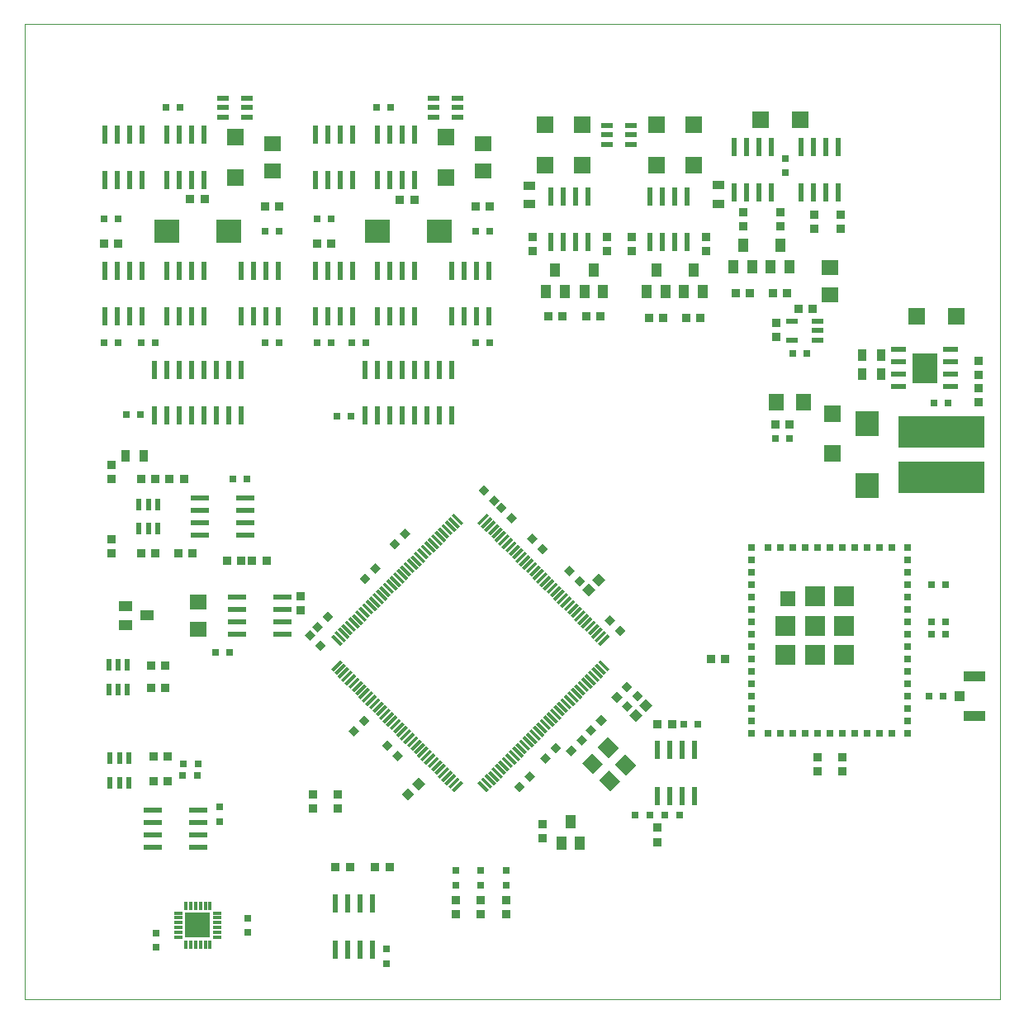
<source format=gtp>
G75*
%MOIN*%
%OFA0B0*%
%FSLAX25Y25*%
%IPPOS*%
%LPD*%
%AMOC8*
5,1,8,0,0,1.08239X$1,22.5*
%
%ADD10C,0.00000*%
%ADD11R,0.06299X0.02200*%
%ADD12R,0.09843X0.12205*%
%ADD13R,0.34646X0.12992*%
%ADD14R,0.06693X0.07087*%
%ADD15R,0.03740X0.03740*%
%ADD16R,0.09449X0.10236*%
%ADD17R,0.03543X0.05118*%
%ADD18R,0.03150X0.03150*%
%ADD19R,0.02200X0.07800*%
%ADD20R,0.07098X0.06299*%
%ADD21R,0.03937X0.05512*%
%ADD22R,0.07874X0.07874*%
%ADD23R,0.05906X0.05906*%
%ADD24R,0.01339X0.05315*%
%ADD25R,0.05315X0.01339*%
%ADD26R,0.03150X0.03150*%
%ADD27R,0.03740X0.03740*%
%ADD28R,0.06299X0.05906*%
%ADD29R,0.04134X0.03937*%
%ADD30R,0.08661X0.04134*%
%ADD31R,0.03200X0.01200*%
%ADD32R,0.01200X0.03200*%
%ADD33R,0.10200X0.10200*%
%ADD34R,0.10236X0.09449*%
%ADD35R,0.06299X0.07098*%
%ADD36R,0.07087X0.06693*%
%ADD37R,0.04921X0.02362*%
%ADD38R,0.05000X0.02200*%
%ADD39R,0.07800X0.02200*%
%ADD40R,0.02362X0.04921*%
%ADD41R,0.05512X0.03937*%
%ADD42R,0.05118X0.03543*%
D10*
X0000000Y0000000D02*
X0000000Y0393701D01*
X0393701Y0393701D01*
X0393701Y0000000D01*
X0000000Y0000000D01*
D11*
X0352717Y0247343D03*
X0352717Y0252343D03*
X0352717Y0257343D03*
X0352717Y0262343D03*
X0373976Y0262343D03*
X0373976Y0257343D03*
X0373976Y0252343D03*
X0373976Y0247343D03*
D12*
X0363346Y0254843D03*
D13*
X0370000Y0229252D03*
X0370000Y0210748D03*
D14*
X0326220Y0220354D03*
X0326220Y0236496D03*
X0270000Y0336929D03*
X0255000Y0336929D03*
X0255000Y0353071D03*
X0270000Y0353071D03*
X0225000Y0353071D03*
X0210000Y0353071D03*
X0210000Y0336929D03*
X0225000Y0336929D03*
X0170000Y0331929D03*
X0170000Y0348071D03*
X0085000Y0348071D03*
X0085000Y0331929D03*
D15*
X0072697Y0323110D03*
X0066988Y0323110D03*
X0097146Y0320000D03*
X0102854Y0320000D03*
X0118130Y0305000D03*
X0123839Y0305000D03*
X0151634Y0322756D03*
X0157343Y0322756D03*
X0182146Y0320000D03*
X0187854Y0320000D03*
X0205000Y0307854D03*
X0205000Y0302146D03*
X0211398Y0275984D03*
X0217106Y0275984D03*
X0226909Y0275984D03*
X0232618Y0275984D03*
X0252146Y0275000D03*
X0257854Y0275000D03*
X0267146Y0275000D03*
X0272854Y0275000D03*
X0287146Y0285000D03*
X0292854Y0285000D03*
X0302146Y0285000D03*
X0307854Y0285000D03*
X0312421Y0278819D03*
X0318130Y0278819D03*
X0303346Y0273209D03*
X0303346Y0267500D03*
X0303146Y0232000D03*
X0308854Y0232000D03*
X0275000Y0302146D03*
X0275000Y0307854D03*
X0290000Y0312146D03*
X0290000Y0317854D03*
X0305236Y0317776D03*
X0305236Y0312067D03*
X0318858Y0311083D03*
X0318858Y0316791D03*
X0329528Y0316791D03*
X0329528Y0311083D03*
X0385000Y0257933D03*
X0385000Y0252224D03*
X0385000Y0246870D03*
X0385000Y0241161D03*
X0282854Y0137500D03*
X0277146Y0137500D03*
X0261354Y0111000D03*
X0255646Y0111000D03*
X0255500Y0069354D03*
X0255500Y0063646D03*
X0209000Y0065146D03*
X0209000Y0070854D03*
X0194488Y0040256D03*
X0194488Y0034547D03*
X0184252Y0034547D03*
X0184252Y0040256D03*
X0174016Y0040256D03*
X0174016Y0034547D03*
X0147354Y0053500D03*
X0141646Y0053500D03*
X0131354Y0053500D03*
X0125646Y0053500D03*
X0126500Y0077146D03*
X0126500Y0082854D03*
X0116500Y0082854D03*
X0116500Y0077146D03*
X0057854Y0088110D03*
X0052146Y0088110D03*
X0052146Y0098110D03*
X0057854Y0098110D03*
X0056870Y0125906D03*
X0051161Y0125906D03*
X0051161Y0134921D03*
X0056870Y0134921D03*
X0052854Y0180000D03*
X0047146Y0180000D03*
X0035000Y0180177D03*
X0035000Y0185886D03*
X0035000Y0210177D03*
X0035000Y0215886D03*
X0047146Y0210000D03*
X0052854Y0210000D03*
X0058646Y0210000D03*
X0064354Y0210000D03*
X0062146Y0180000D03*
X0067854Y0180000D03*
X0081791Y0177165D03*
X0087500Y0177165D03*
X0091988Y0177165D03*
X0097697Y0177165D03*
X0111500Y0162854D03*
X0111500Y0157146D03*
X0235000Y0302146D03*
X0235000Y0307854D03*
X0245000Y0307854D03*
X0245000Y0302146D03*
X0320000Y0097854D03*
X0320000Y0092146D03*
X0330000Y0092146D03*
X0330000Y0097854D03*
X0037854Y0305000D03*
X0032146Y0305000D03*
D16*
X0340000Y0232598D03*
X0340000Y0207402D03*
D17*
X0338189Y0252362D03*
X0345669Y0252362D03*
X0345669Y0260079D03*
X0338189Y0260079D03*
X0048240Y0219500D03*
X0040760Y0219500D03*
D18*
X0041047Y0236000D03*
X0046953Y0236000D03*
X0047047Y0265000D03*
X0052953Y0265000D03*
X0037953Y0265000D03*
X0032047Y0265000D03*
X0032047Y0315000D03*
X0037953Y0315000D03*
X0057047Y0360000D03*
X0062953Y0360000D03*
X0097047Y0310000D03*
X0102953Y0310000D03*
X0118031Y0315000D03*
X0123937Y0315000D03*
X0142047Y0360000D03*
X0147953Y0360000D03*
X0182047Y0310000D03*
X0187953Y0310000D03*
X0187953Y0265000D03*
X0182047Y0265000D03*
X0137953Y0265000D03*
X0132047Y0265000D03*
X0123937Y0265000D03*
X0118031Y0265000D03*
X0102953Y0265000D03*
X0097047Y0265000D03*
X0126047Y0235500D03*
X0131953Y0235500D03*
X0089921Y0210000D03*
X0084016Y0210000D03*
X0082953Y0140000D03*
X0077047Y0140000D03*
X0070000Y0095157D03*
X0069882Y0090551D03*
X0063976Y0090551D03*
X0064094Y0095157D03*
X0078740Y0077756D03*
X0078740Y0071850D03*
X0090000Y0032953D03*
X0090000Y0027047D03*
X0053000Y0026953D03*
X0053000Y0021047D03*
X0146000Y0020453D03*
X0146000Y0014547D03*
X0174016Y0046260D03*
X0174016Y0052165D03*
X0184252Y0052165D03*
X0184252Y0046260D03*
X0194488Y0046260D03*
X0194488Y0052165D03*
X0246547Y0074500D03*
X0252453Y0074500D03*
X0258547Y0074500D03*
X0264453Y0074500D03*
X0293406Y0107480D03*
X0293406Y0112480D03*
X0300000Y0107500D03*
X0305000Y0107500D03*
X0310000Y0107500D03*
X0315000Y0107500D03*
X0320000Y0107500D03*
X0325000Y0107500D03*
X0330000Y0107500D03*
X0335000Y0107500D03*
X0340000Y0107500D03*
X0345000Y0107500D03*
X0350000Y0107500D03*
X0356575Y0107500D03*
X0356575Y0112500D03*
X0356575Y0117500D03*
X0356575Y0122500D03*
X0356575Y0127500D03*
X0356575Y0132500D03*
X0356575Y0137500D03*
X0356575Y0142500D03*
X0356575Y0147500D03*
X0356575Y0152500D03*
X0356575Y0157500D03*
X0356575Y0162500D03*
X0356575Y0167500D03*
X0356575Y0172500D03*
X0356575Y0177500D03*
X0356575Y0182500D03*
X0350000Y0182500D03*
X0345000Y0182500D03*
X0340000Y0182500D03*
X0335000Y0182500D03*
X0330000Y0182500D03*
X0325000Y0182500D03*
X0320000Y0182500D03*
X0315000Y0182500D03*
X0310000Y0182500D03*
X0305000Y0182500D03*
X0300000Y0182500D03*
X0293406Y0182480D03*
X0293406Y0177480D03*
X0293406Y0172480D03*
X0293406Y0167480D03*
X0293406Y0162480D03*
X0293406Y0157480D03*
X0293406Y0152480D03*
X0293406Y0147480D03*
X0293406Y0142480D03*
X0293406Y0137480D03*
X0293406Y0132480D03*
X0293406Y0127480D03*
X0293406Y0122480D03*
X0293406Y0117480D03*
X0271953Y0111000D03*
X0266047Y0111000D03*
X0365047Y0122500D03*
X0370953Y0122500D03*
X0371953Y0147500D03*
X0371953Y0152500D03*
X0366047Y0152500D03*
X0366047Y0147500D03*
X0366047Y0167500D03*
X0371953Y0167500D03*
X0308953Y0226500D03*
X0303047Y0226500D03*
X0310000Y0260984D03*
X0315906Y0260984D03*
X0367047Y0240984D03*
X0372953Y0240984D03*
X0307087Y0333661D03*
X0307087Y0339567D03*
D19*
X0301516Y0344300D03*
X0296516Y0344300D03*
X0291516Y0344300D03*
X0286516Y0344300D03*
X0286516Y0325700D03*
X0291516Y0325700D03*
X0296516Y0325700D03*
X0301516Y0325700D03*
X0313484Y0325700D03*
X0318484Y0325700D03*
X0323484Y0325700D03*
X0328484Y0325700D03*
X0328484Y0344300D03*
X0323484Y0344300D03*
X0318484Y0344300D03*
X0313484Y0344300D03*
X0267500Y0324300D03*
X0262500Y0324300D03*
X0257500Y0324300D03*
X0252500Y0324300D03*
X0252500Y0305700D03*
X0257500Y0305700D03*
X0262500Y0305700D03*
X0267500Y0305700D03*
X0227500Y0305700D03*
X0222500Y0305700D03*
X0217500Y0305700D03*
X0212500Y0305700D03*
X0212500Y0324300D03*
X0217500Y0324300D03*
X0222500Y0324300D03*
X0227500Y0324300D03*
X0187500Y0294300D03*
X0182500Y0294300D03*
X0177500Y0294300D03*
X0172500Y0294300D03*
X0157500Y0294300D03*
X0152500Y0294300D03*
X0147500Y0294300D03*
X0142500Y0294300D03*
X0132500Y0294300D03*
X0127500Y0294300D03*
X0122500Y0294300D03*
X0117500Y0294300D03*
X0102500Y0294300D03*
X0097500Y0294300D03*
X0092500Y0294300D03*
X0087500Y0294300D03*
X0072500Y0294300D03*
X0067500Y0294300D03*
X0062500Y0294300D03*
X0057500Y0294300D03*
X0047500Y0294300D03*
X0042500Y0294300D03*
X0037500Y0294300D03*
X0032500Y0294300D03*
X0032500Y0275700D03*
X0037500Y0275700D03*
X0042500Y0275700D03*
X0047500Y0275700D03*
X0057500Y0275700D03*
X0062500Y0275700D03*
X0067500Y0275700D03*
X0072500Y0275700D03*
X0087500Y0275700D03*
X0092500Y0275700D03*
X0097500Y0275700D03*
X0102500Y0275700D03*
X0117500Y0275700D03*
X0122500Y0275700D03*
X0127500Y0275700D03*
X0132500Y0275700D03*
X0142500Y0275700D03*
X0147500Y0275700D03*
X0152500Y0275700D03*
X0157500Y0275700D03*
X0172500Y0275700D03*
X0177500Y0275700D03*
X0182500Y0275700D03*
X0187500Y0275700D03*
X0172500Y0254300D03*
X0167500Y0254300D03*
X0162500Y0254300D03*
X0157500Y0254300D03*
X0152500Y0254300D03*
X0147500Y0254300D03*
X0142500Y0254300D03*
X0137500Y0254300D03*
X0137500Y0235700D03*
X0142500Y0235700D03*
X0147500Y0235700D03*
X0152500Y0235700D03*
X0157500Y0235700D03*
X0162500Y0235700D03*
X0167500Y0235700D03*
X0172500Y0235700D03*
X0087500Y0235700D03*
X0082500Y0235700D03*
X0077500Y0235700D03*
X0072500Y0235700D03*
X0067500Y0235700D03*
X0062500Y0235700D03*
X0057500Y0235700D03*
X0052500Y0235700D03*
X0052500Y0254300D03*
X0057500Y0254300D03*
X0062500Y0254300D03*
X0067500Y0254300D03*
X0072500Y0254300D03*
X0077500Y0254300D03*
X0082500Y0254300D03*
X0087500Y0254300D03*
X0072500Y0330700D03*
X0067500Y0330700D03*
X0062500Y0330700D03*
X0057500Y0330700D03*
X0047500Y0330700D03*
X0042500Y0330700D03*
X0037500Y0330700D03*
X0032500Y0330700D03*
X0032500Y0349300D03*
X0037500Y0349300D03*
X0042500Y0349300D03*
X0047500Y0349300D03*
X0057500Y0349300D03*
X0062500Y0349300D03*
X0067500Y0349300D03*
X0072500Y0349300D03*
X0117500Y0349300D03*
X0122500Y0349300D03*
X0127500Y0349300D03*
X0132500Y0349300D03*
X0142500Y0349300D03*
X0147500Y0349300D03*
X0152500Y0349300D03*
X0157500Y0349300D03*
X0157500Y0330700D03*
X0152500Y0330700D03*
X0147500Y0330700D03*
X0142500Y0330700D03*
X0132500Y0330700D03*
X0127500Y0330700D03*
X0122500Y0330700D03*
X0117500Y0330700D03*
X0255500Y0100800D03*
X0260500Y0100800D03*
X0265500Y0100800D03*
X0270500Y0100800D03*
X0270500Y0082200D03*
X0265500Y0082200D03*
X0260500Y0082200D03*
X0255500Y0082200D03*
X0140500Y0038800D03*
X0135500Y0038800D03*
X0130500Y0038800D03*
X0125500Y0038800D03*
X0125500Y0020200D03*
X0130500Y0020200D03*
X0135500Y0020200D03*
X0140500Y0020200D03*
D20*
X0070000Y0149402D03*
X0070000Y0160598D03*
X0100000Y0334402D03*
X0100000Y0345598D03*
X0185000Y0345598D03*
X0185000Y0334402D03*
X0325000Y0295598D03*
X0325000Y0284402D03*
D21*
X0308740Y0295669D03*
X0301260Y0295669D03*
X0293740Y0295669D03*
X0286260Y0295669D03*
X0290000Y0304331D03*
X0305000Y0304331D03*
X0273740Y0285669D03*
X0266260Y0285669D03*
X0258740Y0285669D03*
X0251260Y0285669D03*
X0255000Y0294331D03*
X0270000Y0294331D03*
X0233504Y0285669D03*
X0226024Y0285669D03*
X0217992Y0285669D03*
X0210512Y0285669D03*
X0214252Y0294331D03*
X0229764Y0294331D03*
X0220500Y0071831D03*
X0216760Y0063169D03*
X0224240Y0063169D03*
D22*
X0307283Y0139094D03*
X0319094Y0139094D03*
X0319094Y0150906D03*
X0319094Y0162717D03*
X0330906Y0162717D03*
X0330906Y0150906D03*
X0330906Y0139094D03*
X0307283Y0150906D03*
D23*
X0308268Y0161732D03*
D24*
G36*
X0236289Y0133375D02*
X0235343Y0132429D01*
X0231587Y0136185D01*
X0232533Y0137131D01*
X0236289Y0133375D01*
G37*
G36*
X0234897Y0131983D02*
X0233951Y0131037D01*
X0230195Y0134793D01*
X0231141Y0135739D01*
X0234897Y0131983D01*
G37*
G36*
X0233505Y0130591D02*
X0232559Y0129645D01*
X0228803Y0133401D01*
X0229749Y0134347D01*
X0233505Y0130591D01*
G37*
G36*
X0232113Y0129199D02*
X0231167Y0128253D01*
X0227411Y0132009D01*
X0228357Y0132955D01*
X0232113Y0129199D01*
G37*
G36*
X0230721Y0127807D02*
X0229775Y0126861D01*
X0226019Y0130617D01*
X0226965Y0131563D01*
X0230721Y0127807D01*
G37*
G36*
X0229329Y0126415D02*
X0228383Y0125469D01*
X0224627Y0129225D01*
X0225573Y0130171D01*
X0229329Y0126415D01*
G37*
G36*
X0227937Y0125024D02*
X0226991Y0124078D01*
X0223235Y0127834D01*
X0224181Y0128780D01*
X0227937Y0125024D01*
G37*
G36*
X0226545Y0123632D02*
X0225599Y0122686D01*
X0221843Y0126442D01*
X0222789Y0127388D01*
X0226545Y0123632D01*
G37*
G36*
X0225153Y0122240D02*
X0224207Y0121294D01*
X0220451Y0125050D01*
X0221397Y0125996D01*
X0225153Y0122240D01*
G37*
G36*
X0223761Y0120848D02*
X0222815Y0119902D01*
X0219059Y0123658D01*
X0220005Y0124604D01*
X0223761Y0120848D01*
G37*
G36*
X0222369Y0119456D02*
X0221423Y0118510D01*
X0217667Y0122266D01*
X0218613Y0123212D01*
X0222369Y0119456D01*
G37*
G36*
X0220977Y0118064D02*
X0220031Y0117118D01*
X0216275Y0120874D01*
X0217221Y0121820D01*
X0220977Y0118064D01*
G37*
G36*
X0219585Y0116672D02*
X0218639Y0115726D01*
X0214883Y0119482D01*
X0215829Y0120428D01*
X0219585Y0116672D01*
G37*
G36*
X0218194Y0115280D02*
X0217248Y0114334D01*
X0213492Y0118090D01*
X0214438Y0119036D01*
X0218194Y0115280D01*
G37*
G36*
X0216802Y0113888D02*
X0215856Y0112942D01*
X0212100Y0116698D01*
X0213046Y0117644D01*
X0216802Y0113888D01*
G37*
G36*
X0215410Y0112496D02*
X0214464Y0111550D01*
X0210708Y0115306D01*
X0211654Y0116252D01*
X0215410Y0112496D01*
G37*
G36*
X0214018Y0111104D02*
X0213072Y0110158D01*
X0209316Y0113914D01*
X0210262Y0114860D01*
X0214018Y0111104D01*
G37*
G36*
X0212626Y0109712D02*
X0211680Y0108766D01*
X0207924Y0112522D01*
X0208870Y0113468D01*
X0212626Y0109712D01*
G37*
G36*
X0211234Y0108320D02*
X0210288Y0107374D01*
X0206532Y0111130D01*
X0207478Y0112076D01*
X0211234Y0108320D01*
G37*
G36*
X0209842Y0106928D02*
X0208896Y0105982D01*
X0205140Y0109738D01*
X0206086Y0110684D01*
X0209842Y0106928D01*
G37*
G36*
X0208450Y0105536D02*
X0207504Y0104590D01*
X0203748Y0108346D01*
X0204694Y0109292D01*
X0208450Y0105536D01*
G37*
G36*
X0207058Y0104144D02*
X0206112Y0103198D01*
X0202356Y0106954D01*
X0203302Y0107900D01*
X0207058Y0104144D01*
G37*
G36*
X0205666Y0102752D02*
X0204720Y0101806D01*
X0200964Y0105562D01*
X0201910Y0106508D01*
X0205666Y0102752D01*
G37*
G36*
X0204274Y0101361D02*
X0203328Y0100415D01*
X0199572Y0104171D01*
X0200518Y0105117D01*
X0204274Y0101361D01*
G37*
G36*
X0202882Y0099969D02*
X0201936Y0099023D01*
X0198180Y0102779D01*
X0199126Y0103725D01*
X0202882Y0099969D01*
G37*
G36*
X0201490Y0098577D02*
X0200544Y0097631D01*
X0196788Y0101387D01*
X0197734Y0102333D01*
X0201490Y0098577D01*
G37*
G36*
X0200098Y0097185D02*
X0199152Y0096239D01*
X0195396Y0099995D01*
X0196342Y0100941D01*
X0200098Y0097185D01*
G37*
G36*
X0198706Y0095793D02*
X0197760Y0094847D01*
X0194004Y0098603D01*
X0194950Y0099549D01*
X0198706Y0095793D01*
G37*
G36*
X0197314Y0094401D02*
X0196368Y0093455D01*
X0192612Y0097211D01*
X0193558Y0098157D01*
X0197314Y0094401D01*
G37*
G36*
X0195922Y0093009D02*
X0194976Y0092063D01*
X0191220Y0095819D01*
X0192166Y0096765D01*
X0195922Y0093009D01*
G37*
G36*
X0194530Y0091617D02*
X0193584Y0090671D01*
X0189828Y0094427D01*
X0190774Y0095373D01*
X0194530Y0091617D01*
G37*
G36*
X0193139Y0090225D02*
X0192193Y0089279D01*
X0188437Y0093035D01*
X0189383Y0093981D01*
X0193139Y0090225D01*
G37*
G36*
X0191747Y0088833D02*
X0190801Y0087887D01*
X0187045Y0091643D01*
X0187991Y0092589D01*
X0191747Y0088833D01*
G37*
G36*
X0190355Y0087441D02*
X0189409Y0086495D01*
X0185653Y0090251D01*
X0186599Y0091197D01*
X0190355Y0087441D01*
G37*
G36*
X0188963Y0086049D02*
X0188017Y0085103D01*
X0184261Y0088859D01*
X0185207Y0089805D01*
X0188963Y0086049D01*
G37*
G36*
X0187571Y0084657D02*
X0186625Y0083711D01*
X0182869Y0087467D01*
X0183815Y0088413D01*
X0187571Y0084657D01*
G37*
G36*
X0128413Y0143815D02*
X0127467Y0142869D01*
X0123711Y0146625D01*
X0124657Y0147571D01*
X0128413Y0143815D01*
G37*
G36*
X0129805Y0145207D02*
X0128859Y0144261D01*
X0125103Y0148017D01*
X0126049Y0148963D01*
X0129805Y0145207D01*
G37*
G36*
X0131197Y0146599D02*
X0130251Y0145653D01*
X0126495Y0149409D01*
X0127441Y0150355D01*
X0131197Y0146599D01*
G37*
G36*
X0132589Y0147991D02*
X0131643Y0147045D01*
X0127887Y0150801D01*
X0128833Y0151747D01*
X0132589Y0147991D01*
G37*
G36*
X0133981Y0149383D02*
X0133035Y0148437D01*
X0129279Y0152193D01*
X0130225Y0153139D01*
X0133981Y0149383D01*
G37*
G36*
X0135373Y0150774D02*
X0134427Y0149828D01*
X0130671Y0153584D01*
X0131617Y0154530D01*
X0135373Y0150774D01*
G37*
G36*
X0136765Y0152166D02*
X0135819Y0151220D01*
X0132063Y0154976D01*
X0133009Y0155922D01*
X0136765Y0152166D01*
G37*
G36*
X0138157Y0153558D02*
X0137211Y0152612D01*
X0133455Y0156368D01*
X0134401Y0157314D01*
X0138157Y0153558D01*
G37*
G36*
X0139549Y0154950D02*
X0138603Y0154004D01*
X0134847Y0157760D01*
X0135793Y0158706D01*
X0139549Y0154950D01*
G37*
G36*
X0140941Y0156342D02*
X0139995Y0155396D01*
X0136239Y0159152D01*
X0137185Y0160098D01*
X0140941Y0156342D01*
G37*
G36*
X0142333Y0157734D02*
X0141387Y0156788D01*
X0137631Y0160544D01*
X0138577Y0161490D01*
X0142333Y0157734D01*
G37*
G36*
X0143725Y0159126D02*
X0142779Y0158180D01*
X0139023Y0161936D01*
X0139969Y0162882D01*
X0143725Y0159126D01*
G37*
G36*
X0145117Y0160518D02*
X0144171Y0159572D01*
X0140415Y0163328D01*
X0141361Y0164274D01*
X0145117Y0160518D01*
G37*
G36*
X0146508Y0161910D02*
X0145562Y0160964D01*
X0141806Y0164720D01*
X0142752Y0165666D01*
X0146508Y0161910D01*
G37*
G36*
X0147900Y0163302D02*
X0146954Y0162356D01*
X0143198Y0166112D01*
X0144144Y0167058D01*
X0147900Y0163302D01*
G37*
G36*
X0149292Y0164694D02*
X0148346Y0163748D01*
X0144590Y0167504D01*
X0145536Y0168450D01*
X0149292Y0164694D01*
G37*
G36*
X0150684Y0166086D02*
X0149738Y0165140D01*
X0145982Y0168896D01*
X0146928Y0169842D01*
X0150684Y0166086D01*
G37*
G36*
X0152076Y0167478D02*
X0151130Y0166532D01*
X0147374Y0170288D01*
X0148320Y0171234D01*
X0152076Y0167478D01*
G37*
G36*
X0153468Y0168870D02*
X0152522Y0167924D01*
X0148766Y0171680D01*
X0149712Y0172626D01*
X0153468Y0168870D01*
G37*
G36*
X0154860Y0170262D02*
X0153914Y0169316D01*
X0150158Y0173072D01*
X0151104Y0174018D01*
X0154860Y0170262D01*
G37*
G36*
X0156252Y0171654D02*
X0155306Y0170708D01*
X0151550Y0174464D01*
X0152496Y0175410D01*
X0156252Y0171654D01*
G37*
G36*
X0157644Y0173046D02*
X0156698Y0172100D01*
X0152942Y0175856D01*
X0153888Y0176802D01*
X0157644Y0173046D01*
G37*
G36*
X0159036Y0174438D02*
X0158090Y0173492D01*
X0154334Y0177248D01*
X0155280Y0178194D01*
X0159036Y0174438D01*
G37*
G36*
X0160428Y0175829D02*
X0159482Y0174883D01*
X0155726Y0178639D01*
X0156672Y0179585D01*
X0160428Y0175829D01*
G37*
G36*
X0161820Y0177221D02*
X0160874Y0176275D01*
X0157118Y0180031D01*
X0158064Y0180977D01*
X0161820Y0177221D01*
G37*
G36*
X0163212Y0178613D02*
X0162266Y0177667D01*
X0158510Y0181423D01*
X0159456Y0182369D01*
X0163212Y0178613D01*
G37*
G36*
X0164604Y0180005D02*
X0163658Y0179059D01*
X0159902Y0182815D01*
X0160848Y0183761D01*
X0164604Y0180005D01*
G37*
G36*
X0165996Y0181397D02*
X0165050Y0180451D01*
X0161294Y0184207D01*
X0162240Y0185153D01*
X0165996Y0181397D01*
G37*
G36*
X0167388Y0182789D02*
X0166442Y0181843D01*
X0162686Y0185599D01*
X0163632Y0186545D01*
X0167388Y0182789D01*
G37*
G36*
X0168780Y0184181D02*
X0167834Y0183235D01*
X0164078Y0186991D01*
X0165024Y0187937D01*
X0168780Y0184181D01*
G37*
G36*
X0170171Y0185573D02*
X0169225Y0184627D01*
X0165469Y0188383D01*
X0166415Y0189329D01*
X0170171Y0185573D01*
G37*
G36*
X0171563Y0186965D02*
X0170617Y0186019D01*
X0166861Y0189775D01*
X0167807Y0190721D01*
X0171563Y0186965D01*
G37*
G36*
X0172955Y0188357D02*
X0172009Y0187411D01*
X0168253Y0191167D01*
X0169199Y0192113D01*
X0172955Y0188357D01*
G37*
G36*
X0174347Y0189749D02*
X0173401Y0188803D01*
X0169645Y0192559D01*
X0170591Y0193505D01*
X0174347Y0189749D01*
G37*
G36*
X0175739Y0191141D02*
X0174793Y0190195D01*
X0171037Y0193951D01*
X0171983Y0194897D01*
X0175739Y0191141D01*
G37*
G36*
X0177131Y0192533D02*
X0176185Y0191587D01*
X0172429Y0195343D01*
X0173375Y0196289D01*
X0177131Y0192533D01*
G37*
D25*
G36*
X0187571Y0195343D02*
X0183815Y0191587D01*
X0182869Y0192533D01*
X0186625Y0196289D01*
X0187571Y0195343D01*
G37*
G36*
X0188963Y0193951D02*
X0185207Y0190195D01*
X0184261Y0191141D01*
X0188017Y0194897D01*
X0188963Y0193951D01*
G37*
G36*
X0190355Y0192559D02*
X0186599Y0188803D01*
X0185653Y0189749D01*
X0189409Y0193505D01*
X0190355Y0192559D01*
G37*
G36*
X0191747Y0191167D02*
X0187991Y0187411D01*
X0187045Y0188357D01*
X0190801Y0192113D01*
X0191747Y0191167D01*
G37*
G36*
X0193139Y0189775D02*
X0189383Y0186019D01*
X0188437Y0186965D01*
X0192193Y0190721D01*
X0193139Y0189775D01*
G37*
G36*
X0194530Y0188383D02*
X0190774Y0184627D01*
X0189828Y0185573D01*
X0193584Y0189329D01*
X0194530Y0188383D01*
G37*
G36*
X0195922Y0186991D02*
X0192166Y0183235D01*
X0191220Y0184181D01*
X0194976Y0187937D01*
X0195922Y0186991D01*
G37*
G36*
X0197314Y0185599D02*
X0193558Y0181843D01*
X0192612Y0182789D01*
X0196368Y0186545D01*
X0197314Y0185599D01*
G37*
G36*
X0198706Y0184207D02*
X0194950Y0180451D01*
X0194004Y0181397D01*
X0197760Y0185153D01*
X0198706Y0184207D01*
G37*
G36*
X0200098Y0182815D02*
X0196342Y0179059D01*
X0195396Y0180005D01*
X0199152Y0183761D01*
X0200098Y0182815D01*
G37*
G36*
X0201490Y0181423D02*
X0197734Y0177667D01*
X0196788Y0178613D01*
X0200544Y0182369D01*
X0201490Y0181423D01*
G37*
G36*
X0202882Y0180031D02*
X0199126Y0176275D01*
X0198180Y0177221D01*
X0201936Y0180977D01*
X0202882Y0180031D01*
G37*
G36*
X0204274Y0178639D02*
X0200518Y0174883D01*
X0199572Y0175829D01*
X0203328Y0179585D01*
X0204274Y0178639D01*
G37*
G36*
X0205666Y0177248D02*
X0201910Y0173492D01*
X0200964Y0174438D01*
X0204720Y0178194D01*
X0205666Y0177248D01*
G37*
G36*
X0207058Y0175856D02*
X0203302Y0172100D01*
X0202356Y0173046D01*
X0206112Y0176802D01*
X0207058Y0175856D01*
G37*
G36*
X0208450Y0174464D02*
X0204694Y0170708D01*
X0203748Y0171654D01*
X0207504Y0175410D01*
X0208450Y0174464D01*
G37*
G36*
X0209842Y0173072D02*
X0206086Y0169316D01*
X0205140Y0170262D01*
X0208896Y0174018D01*
X0209842Y0173072D01*
G37*
G36*
X0211234Y0171680D02*
X0207478Y0167924D01*
X0206532Y0168870D01*
X0210288Y0172626D01*
X0211234Y0171680D01*
G37*
G36*
X0212626Y0170288D02*
X0208870Y0166532D01*
X0207924Y0167478D01*
X0211680Y0171234D01*
X0212626Y0170288D01*
G37*
G36*
X0214018Y0168896D02*
X0210262Y0165140D01*
X0209316Y0166086D01*
X0213072Y0169842D01*
X0214018Y0168896D01*
G37*
G36*
X0215410Y0167504D02*
X0211654Y0163748D01*
X0210708Y0164694D01*
X0214464Y0168450D01*
X0215410Y0167504D01*
G37*
G36*
X0216802Y0166112D02*
X0213046Y0162356D01*
X0212100Y0163302D01*
X0215856Y0167058D01*
X0216802Y0166112D01*
G37*
G36*
X0218194Y0164720D02*
X0214438Y0160964D01*
X0213492Y0161910D01*
X0217248Y0165666D01*
X0218194Y0164720D01*
G37*
G36*
X0219585Y0163328D02*
X0215829Y0159572D01*
X0214883Y0160518D01*
X0218639Y0164274D01*
X0219585Y0163328D01*
G37*
G36*
X0220977Y0161936D02*
X0217221Y0158180D01*
X0216275Y0159126D01*
X0220031Y0162882D01*
X0220977Y0161936D01*
G37*
G36*
X0222369Y0160544D02*
X0218613Y0156788D01*
X0217667Y0157734D01*
X0221423Y0161490D01*
X0222369Y0160544D01*
G37*
G36*
X0223761Y0159152D02*
X0220005Y0155396D01*
X0219059Y0156342D01*
X0222815Y0160098D01*
X0223761Y0159152D01*
G37*
G36*
X0225153Y0157760D02*
X0221397Y0154004D01*
X0220451Y0154950D01*
X0224207Y0158706D01*
X0225153Y0157760D01*
G37*
G36*
X0226545Y0156368D02*
X0222789Y0152612D01*
X0221843Y0153558D01*
X0225599Y0157314D01*
X0226545Y0156368D01*
G37*
G36*
X0227937Y0154976D02*
X0224181Y0151220D01*
X0223235Y0152166D01*
X0226991Y0155922D01*
X0227937Y0154976D01*
G37*
G36*
X0229329Y0153584D02*
X0225573Y0149828D01*
X0224627Y0150774D01*
X0228383Y0154530D01*
X0229329Y0153584D01*
G37*
G36*
X0230721Y0152193D02*
X0226965Y0148437D01*
X0226019Y0149383D01*
X0229775Y0153139D01*
X0230721Y0152193D01*
G37*
G36*
X0232113Y0150801D02*
X0228357Y0147045D01*
X0227411Y0147991D01*
X0231167Y0151747D01*
X0232113Y0150801D01*
G37*
G36*
X0233505Y0149409D02*
X0229749Y0145653D01*
X0228803Y0146599D01*
X0232559Y0150355D01*
X0233505Y0149409D01*
G37*
G36*
X0234897Y0148017D02*
X0231141Y0144261D01*
X0230195Y0145207D01*
X0233951Y0148963D01*
X0234897Y0148017D01*
G37*
G36*
X0236289Y0146625D02*
X0232533Y0142869D01*
X0231587Y0143815D01*
X0235343Y0147571D01*
X0236289Y0146625D01*
G37*
G36*
X0177131Y0087467D02*
X0173375Y0083711D01*
X0172429Y0084657D01*
X0176185Y0088413D01*
X0177131Y0087467D01*
G37*
G36*
X0175739Y0088859D02*
X0171983Y0085103D01*
X0171037Y0086049D01*
X0174793Y0089805D01*
X0175739Y0088859D01*
G37*
G36*
X0174347Y0090251D02*
X0170591Y0086495D01*
X0169645Y0087441D01*
X0173401Y0091197D01*
X0174347Y0090251D01*
G37*
G36*
X0172955Y0091643D02*
X0169199Y0087887D01*
X0168253Y0088833D01*
X0172009Y0092589D01*
X0172955Y0091643D01*
G37*
G36*
X0171563Y0093035D02*
X0167807Y0089279D01*
X0166861Y0090225D01*
X0170617Y0093981D01*
X0171563Y0093035D01*
G37*
G36*
X0170171Y0094427D02*
X0166415Y0090671D01*
X0165469Y0091617D01*
X0169225Y0095373D01*
X0170171Y0094427D01*
G37*
G36*
X0168780Y0095819D02*
X0165024Y0092063D01*
X0164078Y0093009D01*
X0167834Y0096765D01*
X0168780Y0095819D01*
G37*
G36*
X0167388Y0097211D02*
X0163632Y0093455D01*
X0162686Y0094401D01*
X0166442Y0098157D01*
X0167388Y0097211D01*
G37*
G36*
X0165996Y0098603D02*
X0162240Y0094847D01*
X0161294Y0095793D01*
X0165050Y0099549D01*
X0165996Y0098603D01*
G37*
G36*
X0164604Y0099995D02*
X0160848Y0096239D01*
X0159902Y0097185D01*
X0163658Y0100941D01*
X0164604Y0099995D01*
G37*
G36*
X0163212Y0101387D02*
X0159456Y0097631D01*
X0158510Y0098577D01*
X0162266Y0102333D01*
X0163212Y0101387D01*
G37*
G36*
X0161820Y0102779D02*
X0158064Y0099023D01*
X0157118Y0099969D01*
X0160874Y0103725D01*
X0161820Y0102779D01*
G37*
G36*
X0160428Y0104171D02*
X0156672Y0100415D01*
X0155726Y0101361D01*
X0159482Y0105117D01*
X0160428Y0104171D01*
G37*
G36*
X0159036Y0105562D02*
X0155280Y0101806D01*
X0154334Y0102752D01*
X0158090Y0106508D01*
X0159036Y0105562D01*
G37*
G36*
X0157644Y0106954D02*
X0153888Y0103198D01*
X0152942Y0104144D01*
X0156698Y0107900D01*
X0157644Y0106954D01*
G37*
G36*
X0156252Y0108346D02*
X0152496Y0104590D01*
X0151550Y0105536D01*
X0155306Y0109292D01*
X0156252Y0108346D01*
G37*
G36*
X0154860Y0109738D02*
X0151104Y0105982D01*
X0150158Y0106928D01*
X0153914Y0110684D01*
X0154860Y0109738D01*
G37*
G36*
X0153468Y0111130D02*
X0149712Y0107374D01*
X0148766Y0108320D01*
X0152522Y0112076D01*
X0153468Y0111130D01*
G37*
G36*
X0152076Y0112522D02*
X0148320Y0108766D01*
X0147374Y0109712D01*
X0151130Y0113468D01*
X0152076Y0112522D01*
G37*
G36*
X0150684Y0113914D02*
X0146928Y0110158D01*
X0145982Y0111104D01*
X0149738Y0114860D01*
X0150684Y0113914D01*
G37*
G36*
X0149292Y0115306D02*
X0145536Y0111550D01*
X0144590Y0112496D01*
X0148346Y0116252D01*
X0149292Y0115306D01*
G37*
G36*
X0147900Y0116698D02*
X0144144Y0112942D01*
X0143198Y0113888D01*
X0146954Y0117644D01*
X0147900Y0116698D01*
G37*
G36*
X0146508Y0118090D02*
X0142752Y0114334D01*
X0141806Y0115280D01*
X0145562Y0119036D01*
X0146508Y0118090D01*
G37*
G36*
X0145117Y0119482D02*
X0141361Y0115726D01*
X0140415Y0116672D01*
X0144171Y0120428D01*
X0145117Y0119482D01*
G37*
G36*
X0143725Y0120874D02*
X0139969Y0117118D01*
X0139023Y0118064D01*
X0142779Y0121820D01*
X0143725Y0120874D01*
G37*
G36*
X0142333Y0122266D02*
X0138577Y0118510D01*
X0137631Y0119456D01*
X0141387Y0123212D01*
X0142333Y0122266D01*
G37*
G36*
X0140941Y0123658D02*
X0137185Y0119902D01*
X0136239Y0120848D01*
X0139995Y0124604D01*
X0140941Y0123658D01*
G37*
G36*
X0139549Y0125050D02*
X0135793Y0121294D01*
X0134847Y0122240D01*
X0138603Y0125996D01*
X0139549Y0125050D01*
G37*
G36*
X0138157Y0126442D02*
X0134401Y0122686D01*
X0133455Y0123632D01*
X0137211Y0127388D01*
X0138157Y0126442D01*
G37*
G36*
X0136765Y0127834D02*
X0133009Y0124078D01*
X0132063Y0125024D01*
X0135819Y0128780D01*
X0136765Y0127834D01*
G37*
G36*
X0135373Y0129225D02*
X0131617Y0125469D01*
X0130671Y0126415D01*
X0134427Y0130171D01*
X0135373Y0129225D01*
G37*
G36*
X0133981Y0130617D02*
X0130225Y0126861D01*
X0129279Y0127807D01*
X0133035Y0131563D01*
X0133981Y0130617D01*
G37*
G36*
X0132589Y0132009D02*
X0128833Y0128253D01*
X0127887Y0129199D01*
X0131643Y0132955D01*
X0132589Y0132009D01*
G37*
G36*
X0131197Y0133401D02*
X0127441Y0129645D01*
X0126495Y0130591D01*
X0130251Y0134347D01*
X0131197Y0133401D01*
G37*
G36*
X0129805Y0134793D02*
X0126049Y0131037D01*
X0125103Y0131983D01*
X0128859Y0135739D01*
X0129805Y0134793D01*
G37*
G36*
X0128413Y0136185D02*
X0124657Y0132429D01*
X0123711Y0133375D01*
X0127467Y0137131D01*
X0128413Y0136185D01*
G37*
D26*
G36*
X0119588Y0145139D02*
X0121815Y0142912D01*
X0119588Y0140685D01*
X0117361Y0142912D01*
X0119588Y0145139D01*
G37*
G36*
X0115412Y0149315D02*
X0117639Y0147088D01*
X0115412Y0144861D01*
X0113185Y0147088D01*
X0115412Y0149315D01*
G37*
G36*
X0116185Y0150412D02*
X0118412Y0152639D01*
X0120639Y0150412D01*
X0118412Y0148185D01*
X0116185Y0150412D01*
G37*
G36*
X0120361Y0154588D02*
X0122588Y0156815D01*
X0124815Y0154588D01*
X0122588Y0152361D01*
X0120361Y0154588D01*
G37*
G36*
X0139639Y0169912D02*
X0137412Y0167685D01*
X0135185Y0169912D01*
X0137412Y0172139D01*
X0139639Y0169912D01*
G37*
G36*
X0143815Y0174088D02*
X0141588Y0171861D01*
X0139361Y0174088D01*
X0141588Y0176315D01*
X0143815Y0174088D01*
G37*
G36*
X0151639Y0183912D02*
X0149412Y0181685D01*
X0147185Y0183912D01*
X0149412Y0186139D01*
X0151639Y0183912D01*
G37*
G36*
X0155815Y0188088D02*
X0153588Y0185861D01*
X0151361Y0188088D01*
X0153588Y0190315D01*
X0155815Y0188088D01*
G37*
G36*
X0185412Y0207815D02*
X0187639Y0205588D01*
X0185412Y0203361D01*
X0183185Y0205588D01*
X0185412Y0207815D01*
G37*
G36*
X0189588Y0203639D02*
X0191815Y0201412D01*
X0189588Y0199185D01*
X0187361Y0201412D01*
X0189588Y0203639D01*
G37*
G36*
X0192412Y0196361D02*
X0190185Y0198588D01*
X0192412Y0200815D01*
X0194639Y0198588D01*
X0192412Y0196361D01*
G37*
G36*
X0196588Y0192185D02*
X0194361Y0194412D01*
X0196588Y0196639D01*
X0198815Y0194412D01*
X0196588Y0192185D01*
G37*
G36*
X0204912Y0183861D02*
X0202685Y0186088D01*
X0204912Y0188315D01*
X0207139Y0186088D01*
X0204912Y0183861D01*
G37*
G36*
X0209088Y0179685D02*
X0206861Y0181912D01*
X0209088Y0184139D01*
X0211315Y0181912D01*
X0209088Y0179685D01*
G37*
G36*
X0219912Y0170861D02*
X0217685Y0173088D01*
X0219912Y0175315D01*
X0222139Y0173088D01*
X0219912Y0170861D01*
G37*
G36*
X0224088Y0166685D02*
X0221861Y0168912D01*
X0224088Y0171139D01*
X0226315Y0168912D01*
X0224088Y0166685D01*
G37*
G36*
X0236412Y0150861D02*
X0234185Y0153088D01*
X0236412Y0155315D01*
X0238639Y0153088D01*
X0236412Y0150861D01*
G37*
G36*
X0240588Y0146685D02*
X0238361Y0148912D01*
X0240588Y0151139D01*
X0242815Y0148912D01*
X0240588Y0146685D01*
G37*
G36*
X0245547Y0126234D02*
X0243320Y0124007D01*
X0241093Y0126234D01*
X0243320Y0128461D01*
X0245547Y0126234D01*
G37*
G36*
X0249815Y0122588D02*
X0247588Y0120361D01*
X0245361Y0122588D01*
X0247588Y0124815D01*
X0249815Y0122588D01*
G37*
G36*
X0245639Y0118412D02*
X0243412Y0116185D01*
X0241185Y0118412D01*
X0243412Y0120639D01*
X0245639Y0118412D01*
G37*
G36*
X0241371Y0122059D02*
X0239144Y0119832D01*
X0236917Y0122059D01*
X0239144Y0124286D01*
X0241371Y0122059D01*
G37*
G36*
X0235022Y0112881D02*
X0232795Y0110654D01*
X0230568Y0112881D01*
X0232795Y0115108D01*
X0235022Y0112881D01*
G37*
G36*
X0230846Y0108705D02*
X0228619Y0106478D01*
X0226392Y0108705D01*
X0228619Y0110932D01*
X0230846Y0108705D01*
G37*
G36*
X0222689Y0104709D02*
X0224916Y0106936D01*
X0227143Y0104709D01*
X0224916Y0102482D01*
X0222689Y0104709D01*
G37*
G36*
X0218514Y0100533D02*
X0220741Y0102760D01*
X0222968Y0100533D01*
X0220741Y0098306D01*
X0218514Y0100533D01*
G37*
G36*
X0212361Y0101588D02*
X0214588Y0103815D01*
X0216815Y0101588D01*
X0214588Y0099361D01*
X0212361Y0101588D01*
G37*
G36*
X0208185Y0097412D02*
X0210412Y0099639D01*
X0212639Y0097412D01*
X0210412Y0095185D01*
X0208185Y0097412D01*
G37*
G36*
X0206315Y0090088D02*
X0204088Y0087861D01*
X0201861Y0090088D01*
X0204088Y0092315D01*
X0206315Y0090088D01*
G37*
G36*
X0202139Y0085912D02*
X0199912Y0083685D01*
X0197685Y0085912D01*
X0199912Y0088139D01*
X0202139Y0085912D01*
G37*
G36*
X0150588Y0100639D02*
X0152815Y0098412D01*
X0150588Y0096185D01*
X0148361Y0098412D01*
X0150588Y0100639D01*
G37*
G36*
X0146412Y0104815D02*
X0148639Y0102588D01*
X0146412Y0100361D01*
X0144185Y0102588D01*
X0146412Y0104815D01*
G37*
G36*
X0134861Y0112588D02*
X0137088Y0114815D01*
X0139315Y0112588D01*
X0137088Y0110361D01*
X0134861Y0112588D01*
G37*
G36*
X0130685Y0108412D02*
X0132912Y0110639D01*
X0135139Y0108412D01*
X0132912Y0106185D01*
X0130685Y0108412D01*
G37*
D27*
G36*
X0157626Y0082982D02*
X0154982Y0080338D01*
X0152338Y0082982D01*
X0154982Y0085626D01*
X0157626Y0082982D01*
G37*
G36*
X0161662Y0087018D02*
X0159018Y0084374D01*
X0156374Y0087018D01*
X0159018Y0089662D01*
X0161662Y0087018D01*
G37*
G36*
X0225131Y0165482D02*
X0227775Y0168126D01*
X0230419Y0165482D01*
X0227775Y0162838D01*
X0225131Y0165482D01*
G37*
G36*
X0229167Y0169518D02*
X0231811Y0172162D01*
X0234455Y0169518D01*
X0231811Y0166874D01*
X0229167Y0169518D01*
G37*
G36*
X0253602Y0118872D02*
X0250958Y0116228D01*
X0248314Y0118872D01*
X0250958Y0121516D01*
X0253602Y0118872D01*
G37*
G36*
X0249565Y0114835D02*
X0246921Y0112191D01*
X0244277Y0114835D01*
X0246921Y0117479D01*
X0249565Y0114835D01*
G37*
D28*
G36*
X0235584Y0105995D02*
X0240036Y0101543D01*
X0235860Y0097367D01*
X0231408Y0101819D01*
X0235584Y0105995D01*
G37*
G36*
X0229457Y0090964D02*
X0225005Y0095416D01*
X0229181Y0099592D01*
X0233633Y0095140D01*
X0229457Y0090964D01*
G37*
G36*
X0236416Y0084005D02*
X0231964Y0088457D01*
X0236140Y0092633D01*
X0240592Y0088181D01*
X0236416Y0084005D01*
G37*
G36*
X0242543Y0099036D02*
X0246995Y0094584D01*
X0242819Y0090408D01*
X0238367Y0094860D01*
X0242543Y0099036D01*
G37*
D29*
X0377496Y0122500D03*
D30*
X0383500Y0114626D03*
X0383500Y0130374D03*
D31*
X0077800Y0034900D03*
X0077800Y0033000D03*
X0077800Y0031000D03*
X0077800Y0029000D03*
X0077800Y0027000D03*
X0077800Y0025100D03*
X0062200Y0025100D03*
X0062200Y0027000D03*
X0062200Y0029000D03*
X0062200Y0031000D03*
X0062200Y0033000D03*
X0062200Y0034900D03*
D32*
X0065100Y0037800D03*
X0067000Y0037800D03*
X0069000Y0037800D03*
X0071000Y0037800D03*
X0073000Y0037800D03*
X0074900Y0037800D03*
X0074900Y0022200D03*
X0073000Y0022200D03*
X0071000Y0022200D03*
X0069000Y0022200D03*
X0067000Y0022200D03*
X0065100Y0022200D03*
D33*
X0069900Y0030000D03*
D34*
X0057402Y0310000D03*
X0082598Y0310000D03*
X0142402Y0310000D03*
X0167598Y0310000D03*
D35*
X0303402Y0241000D03*
X0314598Y0241000D03*
D36*
X0360118Y0275984D03*
X0376260Y0275984D03*
X0313150Y0355000D03*
X0297008Y0355000D03*
D37*
X0244921Y0352756D03*
X0244921Y0349016D03*
X0244921Y0345276D03*
X0235079Y0345276D03*
X0235079Y0349016D03*
X0235079Y0352756D03*
X0174921Y0356260D03*
X0174921Y0360000D03*
X0174921Y0363740D03*
X0165079Y0363740D03*
X0165079Y0360000D03*
X0165079Y0356260D03*
X0089921Y0356260D03*
X0089921Y0360000D03*
X0089921Y0363740D03*
X0080079Y0363740D03*
X0080079Y0360000D03*
X0080079Y0356260D03*
D38*
X0309821Y0273700D03*
X0309821Y0266300D03*
X0320021Y0266300D03*
X0320021Y0270000D03*
X0320021Y0273700D03*
D39*
X0104300Y0162500D03*
X0104300Y0157500D03*
X0104300Y0152500D03*
X0104300Y0147500D03*
X0085700Y0147500D03*
X0085700Y0152500D03*
X0085700Y0157500D03*
X0085700Y0162500D03*
X0089300Y0187500D03*
X0089300Y0192500D03*
X0089300Y0197500D03*
X0089300Y0202500D03*
X0070700Y0202500D03*
X0070700Y0197500D03*
X0070700Y0192500D03*
X0070700Y0187500D03*
X0070284Y0076594D03*
X0070284Y0071594D03*
X0070284Y0066594D03*
X0070284Y0061594D03*
X0051684Y0061594D03*
X0051684Y0066594D03*
X0051684Y0071594D03*
X0051684Y0076594D03*
D40*
X0042126Y0087598D03*
X0038386Y0087598D03*
X0034646Y0087598D03*
X0034646Y0097441D03*
X0038386Y0097441D03*
X0042126Y0097441D03*
X0041496Y0125236D03*
X0037756Y0125236D03*
X0034016Y0125236D03*
X0034016Y0135079D03*
X0037756Y0135079D03*
X0041496Y0135079D03*
X0046260Y0190079D03*
X0050000Y0190079D03*
X0053740Y0190079D03*
X0053740Y0199921D03*
X0050000Y0199921D03*
X0046260Y0199921D03*
D41*
X0040669Y0158740D03*
X0040669Y0151260D03*
X0049331Y0155000D03*
D42*
X0203740Y0321063D03*
X0203740Y0328543D03*
X0280000Y0328740D03*
X0280000Y0321260D03*
M02*

</source>
